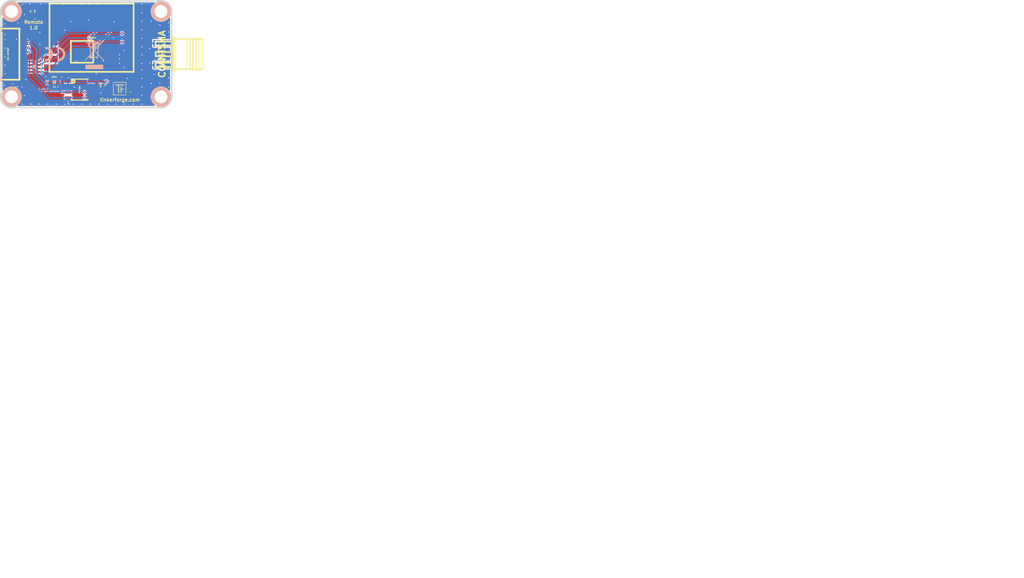
<source format=kicad_pcb>
(kicad_pcb (version 3) (host pcbnew "(2013-05-18 BZR 4017)-stable")
  (title_block (title "Remote Bricklet") (rev 1.0) (company "Tinkerforge GmbH") (comment 1 "Licensed under CERN OHL v.1.1") (comment 2 "Copyright (©) 2013, B.Nordmeyer <bastian@tinkerforge.com>"))
  (layers (15 Vorderseite signal) (0 Rückseite signal hide) (18 B.Paste user) (19 F.Paste user) (20 B.SilkS user) (21 F.SilkS user) (22 B.Mask user) (23 F.Mask user) (28 Edge.Cuts user))
  (net 0 "")
  (net 1 GND)
  (net 2 N-0000010)
  (net 3 N-0000011)
  (net 4 N-0000012)
  (net 5 N-0000013)
  (net 6 N-0000014)
  (net 7 N-0000015)
  (net 8 N-0000016)
  (net 9 N-0000018)
  (net 10 N-0000019)
  (net 11 N-0000021)
  (net 12 N-0000022)
  (net 13 N-0000023)
  (net 14 N-000007)
  (net 15 VCC)
  (module SOIC8 (layer Vorderseite) (at 61.35 50.6 270)
    (fp_text reference U1 (at 3.29946 2.60096 270) (layer F.SilkS) (effects (font (size 0.29972 0.29972) (thickness 0.0762))))
    (fp_text value M24C64 (at 0 0 270) (layer F.SilkS) (effects (font (size 0.29972 0.29972) (thickness 0.0762))))
    (pad 1 smd rect (at -1.90246 2.69748 90) (size 0.59944 1.5494) (layers Vorderseite F.Paste F.Mask) (net 1 GND))
    (pad 2 smd rect (at -0.63246 2.69748 90) (size 0.59944 1.5494) (layers Vorderseite F.Paste F.Mask) (net 1 GND))
    (pad 3 smd rect (at 0.63246 2.69748 90) (size 0.59944 1.5494) (layers Vorderseite F.Paste F.Mask) (net 11 N-0000021))
    (pad 4 smd rect (at 1.90246 2.69748 90) (size 0.59944 1.5494) (layers Vorderseite F.Paste F.Mask) (net 1 GND))
    (pad 5 smd rect (at 1.90246 -2.69748 270) (size 0.59944 1.5494) (layers Vorderseite F.Paste F.Mask) (net 12 N-0000022))
    (pad 6 smd rect (at 0.63246 -2.69748 270) (size 0.59944 1.5494) (layers Vorderseite F.Paste F.Mask) (net 13 N-0000023))
    (pad 7 smd rect (at -0.63246 -2.69748 270) (size 0.59944 1.5494) (layers Vorderseite F.Paste F.Mask))
    (pad 8 smd rect (at -1.90246 -2.69748 270) (size 0.59944 1.5494) (layers Vorderseite F.Paste F.Mask) (net 15 VCC))
  )
  (module DRILL_NP (layer Vorderseite) (at 80.4 32.3)
    (fp_text reference U3 hide)
    (fp_text value DRILL hide)
    (pad "" thru_hole circle (at 0 0) (size 2.99974 2.99974) (drill 2.99974) (layers *.Cu *.SilkS *.Mask) (clearance 0.89916))
  )
  (module DRILL_NP (layer Vorderseite) (at 45.4 52.3)
    (fp_text reference U4 hide)
    (fp_text value DRILL hide)
    (pad "" thru_hole circle (at 0 0) (size 2.99974 2.99974) (drill 2.99974) (layers *.Cu *.SilkS *.Mask) (clearance 0.89916))
  )
  (module DRILL_NP (layer Vorderseite) (at 45.4 32.3)
    (fp_text reference U6 hide)
    (fp_text value DRILL hide)
    (pad "" thru_hole circle (at 0 0) (size 2.99974 2.99974) (drill 2.99974) (layers *.Cu *.SilkS *.Mask) (clearance 0.89916))
  )
  (module DRILL_NP (layer Vorderseite) (at 80.4 52.3)
    (fp_text reference U5 hide)
    (fp_text value DRILL hide)
    (pad "" thru_hole circle (at 0 0) (size 2.99974 2.99974) (drill 2.99974) (layers *.Cu *.SilkS *.Mask) (clearance 0.89916))
  )
  (module CON-SENSOR (layer Vorderseite) (at 43 42.3 270)
    (fp_text reference P1 (at 7.9502 -3.50012 270) (layer F.SilkS) (effects (font (size 0.59944 0.59944) (thickness 0.12446))))
    (fp_text value CON-SENSOR (at 0 -1.6002 270) (layer F.SilkS) (effects (font (size 0.29972 0.29972) (thickness 0.07112))))
    (pad 1 smd rect (at -4.50088 -4.7752 270) (size 0.59944 1.5494) (layers Vorderseite F.Paste F.Mask))
    (pad 2 smd rect (at -3.50012 -4.7752 270) (size 0.59944 1.5494) (layers Vorderseite F.Paste F.Mask) (net 1 GND))
    (pad 3 smd rect (at -2.49936 -4.7752 270) (size 0.59944 1.5494) (layers Vorderseite F.Paste F.Mask) (net 15 VCC))
    (pad 4 smd rect (at -1.50114 -4.7752 270) (size 0.59944 1.5494) (layers Vorderseite F.Paste F.Mask) (net 13 N-0000023))
    (pad 5 smd rect (at -0.50038 -4.7752 270) (size 0.59944 1.5494) (layers Vorderseite F.Paste F.Mask) (net 12 N-0000022))
    (pad 6 smd rect (at 0.50038 -4.7752 270) (size 0.59944 1.5494) (layers Vorderseite F.Paste F.Mask) (net 11 N-0000021))
    (pad 7 smd rect (at 1.50114 -4.7752 270) (size 0.59944 1.5494) (layers Vorderseite F.Paste F.Mask) (net 10 N-0000019))
    (pad 8 smd rect (at 2.49936 -4.7752 270) (size 0.59944 1.5494) (layers Vorderseite F.Paste F.Mask) (net 3 N-0000011))
    (pad 9 smd rect (at 3.50012 -4.7752 270) (size 0.59944 1.5494) (layers Vorderseite F.Paste F.Mask) (net 4 N-0000012))
    (pad 10 smd rect (at 4.50088 -4.7752 270) (size 0.59944 1.5494) (layers Vorderseite F.Paste F.Mask) (net 5 N-0000013))
    (pad EP smd rect (at -5.79882 -0.89916 270) (size 1.19888 1.80086) (layers Vorderseite F.Paste F.Mask) (net 1 GND))
    (pad EP smd rect (at 5.79882 -0.89916 270) (size 1.19888 1.80086) (layers Vorderseite F.Paste F.Mask) (net 1 GND))
  )
  (module 4X0603 (layer Vorderseite) (at 50.7 45.25 270)
    (fp_text reference RP1 (at 0 -1.6002 270) (layer F.SilkS) (effects (font (size 0.29972 0.29972) (thickness 0.0762))))
    (fp_text value 100 (at 0 0 270) (layer F.SilkS) (effects (font (size 0.29972 0.29972) (thickness 0.0762))))
    (pad 1 smd rect (at -1.19888 -0.8509 270) (size 0.44958 0.89916) (layers Vorderseite F.Paste F.Mask) (net 6 N-0000014))
    (pad 2 smd rect (at -0.39878 -0.8509 270) (size 0.44958 0.89916) (layers Vorderseite F.Paste F.Mask) (net 2 N-0000010))
    (pad 3 smd rect (at 0.39878 -0.8509 270) (size 0.44958 0.89916) (layers Vorderseite F.Paste F.Mask) (net 8 N-0000016))
    (pad 4 smd rect (at 1.19888 -0.8509 270) (size 0.44958 0.89916) (layers Vorderseite F.Paste F.Mask) (net 7 N-0000015))
    (pad 5 smd rect (at 1.19888 0.8509 270) (size 0.44958 0.89916) (layers Vorderseite F.Paste F.Mask) (net 5 N-0000013))
    (pad 6 smd rect (at 0.39878 0.8509 270) (size 0.44958 0.89916) (layers Vorderseite F.Paste F.Mask) (net 4 N-0000012))
    (pad 7 smd rect (at -0.39878 0.8509 270) (size 0.44958 0.89916) (layers Vorderseite F.Paste F.Mask) (net 3 N-0000011))
    (pad 8 smd rect (at -1.19888 0.8509 270) (size 0.44958 0.89916) (layers Vorderseite F.Paste F.Mask) (net 10 N-0000019))
  )
  (module 0603 (layer Vorderseite) (at 55.45 47.65 180)
    (fp_text reference C3 (at 0 -1.00076 180) (layer F.SilkS) (effects (font (size 0.29972 0.29972) (thickness 0.0762))))
    (fp_text value 100nF (at 0 0 180) (layer F.SilkS) (effects (font (size 0.29972 0.29972) (thickness 0.0762))))
    (pad 1 smd rect (at -0.8001 0 180) (size 0.8001 0.8001) (layers Vorderseite F.Paste F.Mask) (net 1 GND))
    (pad 2 smd rect (at 0.8001 0 180) (size 0.8001 0.8001) (layers Vorderseite F.Paste F.Mask) (net 15 VCC))
  )
  (module 0603 (layer Vorderseite) (at 55.45 49 180)
    (fp_text reference C2 (at 0 -1.00076 180) (layer F.SilkS) (effects (font (size 0.29972 0.29972) (thickness 0.0762))))
    (fp_text value 1µF (at 0 0 180) (layer F.SilkS) (effects (font (size 0.29972 0.29972) (thickness 0.07493))))
    (pad 1 smd rect (at -0.8001 0 180) (size 0.8001 0.8001) (layers Vorderseite F.Paste F.Mask) (net 1 GND))
    (pad 2 smd rect (at 0.8001 0 180) (size 0.8001 0.8001) (layers Vorderseite F.Paste F.Mask) (net 15 VCC))
  )
  (module 0603 (layer Vorderseite) (at 50.85 32.25 90)
    (fp_text reference R1 (at 0 -1.00076 90) (layer F.SilkS) (effects (font (size 0.29972 0.29972) (thickness 0.0762))))
    (fp_text value 10k (at 0 0 90) (layer F.SilkS) (effects (font (size 0.29972 0.29972) (thickness 0.0762))))
    (pad 1 smd rect (at -0.8001 0 90) (size 0.8001 0.8001) (layers Vorderseite F.Paste F.Mask) (net 1 GND))
    (pad 2 smd rect (at 0.8001 0 90) (size 0.8001 0.8001) (layers Vorderseite F.Paste F.Mask) (net 14 N-000007))
  )
  (module 0603 (layer Vorderseite) (at 66.3 49.5 270)
    (fp_text reference C1 (at 0 -1.00076 270) (layer F.SilkS) (effects (font (size 0.29972 0.29972) (thickness 0.0762))))
    (fp_text value 100nF (at 0 0 270) (layer F.SilkS) (effects (font (size 0.29972 0.29972) (thickness 0.0762))))
    (pad 1 smd rect (at -0.8001 0 270) (size 0.8001 0.8001) (layers Vorderseite F.Paste F.Mask) (net 15 VCC))
    (pad 2 smd rect (at 0.8001 0 270) (size 0.8001 0.8001) (layers Vorderseite F.Paste F.Mask) (net 1 GND))
  )
  (module Fiducial_Mark (layer Vorderseite) (at 49.9 52.3)
    (fp_text reference Fiducial_Mark hide)
    (fp_text value VAL** hide)
    (pad 1 smd circle (at 0 0) (size 1.00076 1.00076) (layers Vorderseite F.Mask) (clearance 0.65024))
  )
  (module Fiducial_Mark (layer Vorderseite) (at 78.25 36.6)
    (fp_text reference Fiducial_Mark hide)
    (fp_text value VAL** hide)
    (pad 1 smd circle (at 0 0) (size 1.00076 1.00076) (layers Vorderseite F.Mask) (clearance 0.65024))
  )
  (module CE_5mm (layer Rückseite) (at 55.6 42.3 180)
    (fp_text reference VAL hide)
    (fp_text value CE_5mm hide)
  )
  (module WEEE_7mm (layer Rückseite) (at 64.75 42.3)
    (fp_text reference VAL hide)
    (fp_text value WEEE_7mm hide)
  )
  (module Logo_31x31 (layer Vorderseite) (at 69.15 48.8)
    (fp_text reference G*** hide)
    (fp_text value Logo_31x31 hide)
  )
  (module CON-SMA (layer Vorderseite) (at 80.65 42.3 90)
    (fp_text reference ANT1 (at 0 0 90) (layer F.SilkS) (effects (font (size 1.524 1.524) (thickness 0.3048))))
    (fp_text value CON-SMA (at 0 0 90) (layer F.SilkS) (effects (font (size 1.524 1.524) (thickness 0.3048))))
    (pad 1 smd rect (at 0 0 90) (size 1.524 4.064) (layers Vorderseite F.Paste F.Mask) (net 9 N-0000018))
    (pad 2 smd rect (at -2.54 0 90) (size 1.524 4.064) (layers Vorderseite F.Paste F.Mask) (net 1 GND))
    (pad 4 smd rect (at 2.54 0 90) (size 1.524 4.064) (layers Vorderseite F.Paste F.Mask) (net 1 GND))
    (pad 3 smd rect (at -2.54 0 90) (size 1.524 4.064) (layers Rückseite B.Paste B.Mask) (net 1 GND))
    (pad 5 smd rect (at 2.54 0 90) (size 1.524 4.064) (layers Rückseite B.Paste B.Mask) (net 1 GND))
  )
  (module RFM69HW (layer Vorderseite) (at 64.15 38.45)
    (fp_text reference U2 (at 0 0.5) (layer F.SilkS) (effects (font (size 0.3 0.3) (thickness 0.075))))
    (fp_text value RFM69HW (at 0 0) (layer F.SilkS) (effects (font (size 0.3 0.3) (thickness 0.075))))
    (pad 9 smd rect (at -9.5 -7) (size 3.2 1.5) (layers Vorderseite F.Paste F.Mask) (net 14 N-000007))
    (pad 10 smd rect (at -9.5 -5) (size 3.2 1.5) (layers Vorderseite F.Paste F.Mask))
    (pad 11 smd rect (at -9.5 -3) (size 3.2 1.5) (layers Vorderseite F.Paste F.Mask))
    (pad 12 smd rect (at -9.5 -1) (size 3.2 1.5) (layers Vorderseite F.Paste F.Mask))
    (pad 13 smd rect (at -9.5 1) (size 3.2 1.5) (layers Vorderseite F.Paste F.Mask))
    (pad 14 smd rect (at -9.5 3) (size 3.2 1.5) (layers Vorderseite F.Paste F.Mask))
    (pad 15 smd rect (at -9.5 5) (size 3.2 1.5) (layers Vorderseite F.Paste F.Mask))
    (pad 16 smd rect (at -9.5 7) (size 3.2 1.5) (layers Vorderseite F.Paste F.Mask) (net 15 VCC))
    (pad 8 smd rect (at 9.5 7 180) (size 3.2 1.5) (layers Vorderseite F.Paste F.Mask) (net 1 GND))
    (pad 7 smd rect (at 9.5 5 180) (size 3.2 1.5) (layers Vorderseite F.Paste F.Mask) (net 9 N-0000018))
    (pad 6 smd rect (at 9.5 3 180) (size 3.2 1.5) (layers Vorderseite F.Paste F.Mask) (net 1 GND))
    (pad 5 smd rect (at 9.5 1 180) (size 3.2 1.5) (layers Vorderseite F.Paste F.Mask) (net 8 N-0000016))
    (pad 4 smd rect (at 9.5 -1 180) (size 3.2 1.5) (layers Vorderseite F.Paste F.Mask) (net 6 N-0000014))
    (pad 3 smd rect (at 9.5 -3 180) (size 3.2 1.5) (layers Vorderseite F.Paste F.Mask) (net 7 N-0000015))
    (pad 2 smd rect (at 9.5 -5 180) (size 3.2 1.5) (layers Vorderseite F.Paste F.Mask) (net 2 N-0000010))
    (pad 1 smd rect (at 9.5 -7 180) (size 3.2 1.5) (layers Vorderseite F.Paste F.Mask))
  )
  (gr_line (start 45.35 54.8) (end 80.4 54.8) (angle 90) (layer Edge.Cuts) (width 0.381))
  (gr_line (start 80.4 29.8) (end 45.45 29.8) (angle 90) (layer Edge.Cuts) (width 0.381))
  (gr_text "Remote\n1.0" (at 50.6 35.45) (layer F.SilkS) (effects (font (size 0.8 0.8))))
  (gr_text tinkerforge.com (at 70.8 53) (layer F.SilkS) (effects (font (size 0.8 0.8))))
  (gr_line (start 82.9 52.3) (end 82.9 32.3) (angle 90) (layer Edge.Cuts) (width 0.381))
  (gr_arc (start 80.4 52.3) (end 82.9 52.3) (angle 90) (layer Edge.Cuts) (width 0.381))
  (gr_arc (start 80.4 32.3) (end 80.4 29.8) (angle 90) (layer Edge.Cuts) (width 0.381))
  (gr_line (start 42.9 32.3) (end 42.9 52.3) (angle 90) (layer Edge.Cuts) (width 0.381))
  (gr_arc (start 45.4 32.3) (end 42.9 32.3) (angle 90) (layer Edge.Cuts) (width 0.381))
  (gr_arc (start 45.4 52.3) (end 45.4 54.8) (angle 90) (layer Edge.Cuts) (width 0.381))
  (segment (start 75.9 45.6) (end 76.45 45.6) (width 0.29972) (layer Rückseite) (net 1))
  (via (at 77.75 44.3) (size 0.70104) (layers Vorderseite Rückseite) (net 1))
  (segment (start 76.45 45.6) (end 77.75 44.3) (width 0.29972) (layer Rückseite) (net 1))
  (segment (start 75.9 42.45) (end 76.3 42.45) (width 0.29972) (layer Vorderseite) (net 1))
  (via (at 75.9 42.45) (size 0.70104) (layers Vorderseite Rückseite) (net 1))
  (segment (start 75.9 40.6) (end 75.9 42.45) (width 0.59944) (layer Vorderseite) (net 1))
  (via (at 77.75 41) (size 0.70104) (layers Vorderseite Rückseite) (net 1))
  (segment (start 76.3 42.45) (end 77.75 41) (width 0.29972) (layer Vorderseite) (net 1))
  (segment (start 78.15 49.15) (end 78.15 47.7) (width 0.29972) (layer Rückseite) (net 1))
  (via (at 78.75 47.1) (size 0.70104) (layers Vorderseite Rückseite) (net 1))
  (segment (start 78.15 47.7) (end 78.75 47.1) (width 0.29972) (layer Rückseite) (net 1))
  (via (at 69.55 30.6) (size 0.70104) (layers Vorderseite Rückseite) (net 1))
  (segment (start 67.55 30.6) (end 69.55 30.6) (width 0.29972) (layer Rückseite) (net 1))
  (segment (start 69.55 34.5) (end 69.4 34.65) (width 0.59944) (layer Rückseite) (net 1))
  (via (at 69.4 34.65) (size 0.70104) (layers Vorderseite Rückseite) (net 1))
  (segment (start 69.55 30.6) (end 69.55 34.5) (width 0.59944) (layer Rückseite) (net 1))
  (segment (start 74.5 30.6) (end 73.5 31.6) (width 0.29972) (layer Rückseite) (net 1))
  (segment (start 73.5 31.6) (end 70.55 31.6) (width 0.29972) (layer Rückseite) (net 1))
  (segment (start 70.55 31.6) (end 69.55 30.6) (width 0.29972) (layer Rückseite) (net 1))
  (segment (start 75.9 30.6) (end 74.5 30.6) (width 0.29972) (layer Rückseite) (net 1))
  (segment (start 52.05 39.95) (end 52.05 37.75) (width 0.29972) (layer Vorderseite) (net 1))
  (segment (start 50.9 38.8) (end 52.05 39.95) (width 0.59944) (layer Vorderseite) (net 1))
  (via (at 52.05 39.95) (size 0.70104) (layers Vorderseite Rückseite) (net 1))
  (segment (start 49.15 38.8) (end 50.9 38.8) (width 0.59944) (layer Vorderseite) (net 1))
  (via (at 52.05 37.2) (size 0.70104) (layers Vorderseite Rückseite) (net 1))
  (segment (start 52.05 37.75) (end 52.05 37.2) (width 0.29972) (layer Vorderseite) (net 1))
  (segment (start 60.6 43.95) (end 62.35 43.95) (width 0.29972) (layer Rückseite) (net 1))
  (via (at 65.25 46.85) (size 0.70104) (layers Vorderseite Rückseite) (net 1))
  (segment (start 62.35 43.95) (end 65.25 46.85) (width 0.29972) (layer Rückseite) (net 1))
  (segment (start 59.3 34.65) (end 59.3 35.25) (width 0.59944) (layer Vorderseite) (net 1))
  (segment (start 57.55 32.9) (end 59.3 34.65) (width 0.59944) (layer Vorderseite) (net 1))
  (via (at 59.3 34.65) (size 0.70104) (layers Vorderseite Rückseite) (net 1))
  (segment (start 57.55 30.6) (end 57.55 32.9) (width 0.59944) (layer Vorderseite) (net 1))
  (via (at 57.9 36.7) (size 0.70104) (layers Vorderseite Rückseite) (net 1))
  (segment (start 59.3 35.25) (end 57.9 36.7) (width 0.59944) (layer Vorderseite) (net 1))
  (segment (start 65.55 30.6) (end 65.55 32.2) (width 0.59944) (layer Rückseite) (net 1))
  (via (at 63.45 34.3) (size 0.70104) (layers Vorderseite Rückseite) (net 1))
  (segment (start 65.55 32.2) (end 63.45 34.3) (width 0.59944) (layer Rückseite) (net 1))
  (segment (start 52.15 30.6) (end 49.75 30.6) (width 0.59944) (layer Rückseite) (net 1))
  (via (at 52.15 30.6) (size 0.70104) (layers Vorderseite Rückseite) (net 1))
  (via (at 57.55 30.6) (size 0.70104) (layers Vorderseite Rückseite) (net 1))
  (segment (start 59.55 30.6) (end 57.55 30.6) (width 0.59944) (layer Vorderseite) (net 1))
  (via (at 59.55 30.6) (size 0.70104) (layers Vorderseite Rückseite) (net 1))
  (segment (start 61.55 30.6) (end 59.55 30.6) (width 0.59944) (layer Rückseite) (net 1))
  (via (at 61.55 30.6) (size 0.70104) (layers Vorderseite Rückseite) (net 1))
  (segment (start 63.55 30.6) (end 61.55 30.6) (width 0.59944) (layer Vorderseite) (net 1))
  (via (at 63.55 30.6) (size 0.70104) (layers Vorderseite Rückseite) (net 1))
  (segment (start 65.55 30.6) (end 63.55 30.6) (width 0.59944) (layer Rückseite) (net 1))
  (via (at 65.55 30.6) (size 0.70104) (layers Vorderseite Rückseite) (net 1))
  (segment (start 67.55 30.6) (end 65.55 30.6) (width 0.59944) (layer Vorderseite) (net 1))
  (via (at 67.55 30.6) (size 0.70104) (layers Vorderseite Rückseite) (net 1))
  (segment (start 52.15 30.6) (end 57.55 30.6) (width 0.59944) (layer Rückseite) (net 1))
  (via (at 43.9 35.2) (size 0.70104) (layers Vorderseite Rückseite) (net 1))
  (segment (start 46.7 35.2) (end 43.9 35.2) (width 0.59944) (layer Rückseite) (net 1))
  (segment (start 46.95 34.95) (end 46.7 35.2) (width 0.59944) (layer Rückseite) (net 1))
  (via (at 46.95 34.95) (size 0.70104) (layers Vorderseite Rückseite) (net 1))
  (segment (start 48.2 33.7) (end 46.95 34.95) (width 0.59944) (layer Vorderseite) (net 1))
  (segment (start 48.2 33.25) (end 48.2 33.7) (width 0.59944) (layer Vorderseite) (net 1))
  (segment (start 48.45 33) (end 48.2 33.25) (width 0.59944) (layer Vorderseite) (net 1))
  (via (at 48.45 33) (size 0.70104) (layers Vorderseite Rückseite) (net 1))
  (segment (start 48.45 31.15) (end 48.45 33) (width 0.59944) (layer Rückseite) (net 1))
  (segment (start 47.95 30.65) (end 48.45 31.15) (width 0.59944) (layer Rückseite) (net 1))
  (via (at 47.95 30.65) (size 0.70104) (layers Vorderseite Rückseite) (net 1))
  (segment (start 49.7 30.65) (end 47.95 30.65) (width 0.59944) (layer Vorderseite) (net 1))
  (segment (start 49.75 30.6) (end 49.7 30.65) (width 0.59944) (layer Vorderseite) (net 1))
  (via (at 49.75 30.6) (size 0.70104) (layers Vorderseite Rückseite) (net 1))
  (segment (start 78.15 34.6) (end 78.25 34.6) (width 0.29972) (layer Rückseite) (net 1))
  (via (at 78.15 34.6) (size 0.70104) (layers Vorderseite Rückseite) (net 1))
  (segment (start 75.9 34.6) (end 78.15 34.6) (width 0.29972) (layer Vorderseite) (net 1))
  (via (at 82.2 37.1) (size 0.70104) (layers Vorderseite Rückseite) (net 1))
  (segment (start 82.2 34.9) (end 82.2 37.1) (width 0.29972) (layer Rückseite) (net 1))
  (via (at 82.2 34.9) (size 0.70104) (layers Vorderseite Rückseite) (net 1))
  (segment (start 81.75 35.35) (end 82.2 34.9) (width 0.29972) (layer Vorderseite) (net 1))
  (segment (start 80.25 35.35) (end 81.75 35.35) (width 0.29972) (layer Vorderseite) (net 1))
  (segment (start 80.15 35.45) (end 80.25 35.35) (width 0.29972) (layer Vorderseite) (net 1))
  (via (at 80.15 35.45) (size 0.70104) (layers Vorderseite Rückseite) (net 1))
  (segment (start 79.1 35.45) (end 80.15 35.45) (width 0.29972) (layer Rückseite) (net 1))
  (segment (start 78.25 34.6) (end 79.1 35.45) (width 0.29972) (layer Rückseite) (net 1))
  (segment (start 75.9 50) (end 77.3 50) (width 0.29972) (layer Vorderseite) (net 1))
  (segment (start 75.9 54) (end 75.9 52) (width 0.59944) (layer Rückseite) (net 1))
  (via (at 75.9 52) (size 0.70104) (layers Vorderseite Rückseite) (net 1))
  (segment (start 75.9 52) (end 75.9 50) (width 0.59944) (layer Vorderseite) (net 1))
  (via (at 75.9 50) (size 0.70104) (layers Vorderseite Rückseite) (net 1))
  (via (at 82.2 47.9) (size 0.70104) (layers Vorderseite Rückseite) (net 1))
  (segment (start 82.2 50.05) (end 82.2 47.9) (width 0.29972) (layer Rückseite) (net 1))
  (via (at 82.2 50.05) (size 0.70104) (layers Vorderseite Rückseite) (net 1))
  (segment (start 81.05 49.25) (end 82.2 50.05) (width 0.29972) (layer Vorderseite) (net 1))
  (segment (start 80.3 49.25) (end 81.05 49.25) (width 0.29972) (layer Vorderseite) (net 1))
  (segment (start 80.15 49.1) (end 80.3 49.25) (width 0.29972) (layer Vorderseite) (net 1))
  (via (at 80.15 49.1) (size 0.70104) (layers Vorderseite Rückseite) (net 1))
  (segment (start 78.2 49.1) (end 80.15 49.1) (width 0.29972) (layer Rückseite) (net 1))
  (segment (start 78.15 49.15) (end 78.2 49.1) (width 0.29972) (layer Rückseite) (net 1))
  (via (at 78.15 49.15) (size 0.70104) (layers Vorderseite Rückseite) (net 1))
  (segment (start 77.3 50) (end 78.15 49.15) (width 0.29972) (layer Vorderseite) (net 1))
  (segment (start 57.25 47.65) (end 53.5 47.65) (width 0.59944) (layer Rückseite) (net 1))
  (via (at 53.4 47.55) (size 0.70104) (layers Vorderseite Rückseite) (net 1))
  (segment (start 53.5 47.65) (end 53.4 47.55) (width 0.59944) (layer Rückseite) (net 1))
  (segment (start 47.9 50) (end 47.9 49.05) (width 0.59944) (layer Rückseite) (net 1))
  (via (at 48.75 48.2) (size 0.70104) (layers Vorderseite Rückseite) (net 1))
  (segment (start 47.9 49.05) (end 48.75 48.2) (width 0.59944) (layer Rückseite) (net 1))
  (segment (start 58.65 47.8) (end 58.65 45.9) (width 0.59944) (layer Vorderseite) (net 1))
  (via (at 66.9 43.9) (size 0.70104) (layers Vorderseite Rückseite) (net 1))
  (segment (start 60.65 43.9) (end 66.9 43.9) (width 0.59944) (layer Rückseite) (net 1))
  (segment (start 60.6 43.95) (end 60.65 43.9) (width 0.59944) (layer Rückseite) (net 1))
  (via (at 60.6 43.95) (size 0.70104) (layers Vorderseite Rückseite) (net 1))
  (segment (start 58.65 45.9) (end 60.6 43.95) (width 0.59944) (layer Vorderseite) (net 1))
  (segment (start 66.3 51.35) (end 73 51.35) (width 0.59944) (layer Rückseite) (net 1))
  (via (at 73.25 51.1) (size 0.70104) (layers Vorderseite Rückseite) (net 1))
  (segment (start 73 51.35) (end 73.25 51.1) (width 0.59944) (layer Rückseite) (net 1))
  (segment (start 70.7 42.45) (end 70.7 42.35) (width 0.59944) (layer Vorderseite) (net 1))
  (via (at 69.3 38.45) (size 0.70104) (layers Vorderseite Rückseite) (net 1))
  (segment (start 69.3 40.95) (end 69.3 38.45) (width 0.59944) (layer Vorderseite) (net 1))
  (segment (start 70.7 42.35) (end 69.3 40.95) (width 0.59944) (layer Vorderseite) (net 1))
  (segment (start 75.9 48) (end 72.55 48) (width 0.59944) (layer Vorderseite) (net 1))
  (via (at 72.55 48) (size 0.70104) (layers Vorderseite Rückseite) (net 1))
  (segment (start 43.9 46.9) (end 43.9 44.9) (width 0.59944) (layer Vorderseite) (net 1))
  (via (at 43.9 38.9) (size 0.70104) (layers Vorderseite Rückseite) (net 1))
  (segment (start 43.9 40.9) (end 43.9 38.9) (width 0.59944) (layer Rückseite) (net 1))
  (via (at 43.9 40.9) (size 0.70104) (layers Vorderseite Rückseite) (net 1))
  (segment (start 43.9 42.9) (end 43.9 40.9) (width 0.59944) (layer Vorderseite) (net 1))
  (via (at 43.9 42.9) (size 0.70104) (layers Vorderseite Rückseite) (net 1))
  (segment (start 43.9 44.9) (end 43.9 42.9) (width 0.59944) (layer Rückseite) (net 1))
  (via (at 43.9 44.9) (size 0.70104) (layers Vorderseite Rückseite) (net 1))
  (segment (start 51.9 54) (end 49.9 54) (width 0.59944) (layer Vorderseite) (net 1))
  (via (at 59.9 54) (size 0.70104) (layers Vorderseite Rückseite) (net 1))
  (segment (start 59.9 54) (end 57.9 54) (width 0.59944) (layer Rückseite) (net 1))
  (via (at 57.9 54) (size 0.70104) (layers Vorderseite Rückseite) (net 1))
  (segment (start 57.9 54) (end 55.9 54) (width 0.59944) (layer Vorderseite) (net 1))
  (via (at 55.9 54) (size 0.70104) (layers Vorderseite Rückseite) (net 1))
  (segment (start 55.9 54) (end 53.9 54) (width 0.59944) (layer Rückseite) (net 1))
  (via (at 53.9 54) (size 0.70104) (layers Vorderseite Rückseite) (net 1))
  (segment (start 53.9 54) (end 51.9 54) (width 0.59944) (layer Vorderseite) (net 1))
  (via (at 51.9 54) (size 0.70104) (layers Vorderseite Rückseite) (net 1))
  (segment (start 75.9 54) (end 73.9 54) (width 0.59944) (layer Rückseite) (net 1))
  (via (at 61.9 54) (size 0.70104) (layers Vorderseite Rückseite) (net 1))
  (segment (start 63.9 54) (end 61.9 54) (width 0.59944) (layer Rückseite) (net 1))
  (via (at 63.9 54) (size 0.70104) (layers Vorderseite Rückseite) (net 1))
  (segment (start 65.9 54) (end 63.9 54) (width 0.59944) (layer Vorderseite) (net 1))
  (via (at 65.9 54) (size 0.70104) (layers Vorderseite Rückseite) (net 1))
  (segment (start 67.9 54) (end 65.9 54) (width 0.59944) (layer Rückseite) (net 1))
  (via (at 67.9 54) (size 0.70104) (layers Vorderseite Rückseite) (net 1))
  (segment (start 69.9 54) (end 67.9 54) (width 0.59944) (layer Vorderseite) (net 1))
  (via (at 69.9 54) (size 0.70104) (layers Vorderseite Rückseite) (net 1))
  (segment (start 71.9 54) (end 69.9 54) (width 0.59944) (layer Rückseite) (net 1))
  (via (at 71.9 54) (size 0.70104) (layers Vorderseite Rückseite) (net 1))
  (segment (start 73.9 54) (end 71.9 54) (width 0.59944) (layer Vorderseite) (net 1))
  (via (at 73.9 54) (size 0.70104) (layers Vorderseite Rückseite) (net 1))
  (segment (start 61.9 54) (end 59.9 54) (width 0.59944) (layer Vorderseite) (net 1))
  (via (at 43.8 49.6) (size 0.70104) (layers Vorderseite Rückseite) (net 1))
  (segment (start 44 49.4) (end 43.8 49.6) (width 0.59944) (layer Rückseite) (net 1))
  (segment (start 45.55 49.4) (end 44 49.4) (width 0.59944) (layer Rückseite) (net 1))
  (segment (start 45.7 49.25) (end 45.55 49.4) (width 0.59944) (layer Rückseite) (net 1))
  (via (at 45.7 49.25) (size 0.70104) (layers Vorderseite Rückseite) (net 1))
  (segment (start 47.15 49.25) (end 45.7 49.25) (width 0.59944) (layer Vorderseite) (net 1))
  (segment (start 47.9 50) (end 47.15 49.25) (width 0.59944) (layer Vorderseite) (net 1))
  (via (at 47.9 50) (size 0.70104) (layers Vorderseite Rückseite) (net 1))
  (segment (start 47.9 50.75) (end 47.9 50) (width 0.59944) (layer Rückseite) (net 1))
  (segment (start 48.4 51.25) (end 47.9 50.75) (width 0.59944) (layer Rückseite) (net 1))
  (segment (start 48.4 51.95) (end 48.4 51.25) (width 0.59944) (layer Rückseite) (net 1))
  (segment (start 48.4 52) (end 48.4 51.95) (width 0.59944) (layer Rückseite) (net 1))
  (via (at 48.4 52) (size 0.70104) (layers Vorderseite Rückseite) (net 1))
  (segment (start 48.4 53.5) (end 48.4 52) (width 0.59944) (layer Vorderseite) (net 1))
  (segment (start 47.9 54) (end 48.4 53.5) (width 0.59944) (layer Vorderseite) (net 1))
  (via (at 47.9 54) (size 0.70104) (layers Vorderseite Rückseite) (net 1))
  (segment (start 49.9 54) (end 47.9 54) (width 0.59944) (layer Rückseite) (net 1))
  (via (at 49.9 54) (size 0.70104) (layers Vorderseite Rückseite) (net 1))
  (segment (start 58.65 47.8) (end 57.4 47.8) (width 0.29972) (layer Rückseite) (net 1))
  (via (at 57.25 47.65) (size 0.70104) (layers Vorderseite Rückseite) (net 1))
  (segment (start 56.2501 47.65) (end 57.25 47.65) (width 0.29972) (layer Vorderseite) (net 1))
  (segment (start 58.65252 47.80252) (end 58.65 47.8) (width 0.29972) (layer Vorderseite) (net 1))
  (via (at 58.65 47.8) (size 0.70104) (layers Vorderseite Rückseite) (net 1))
  (segment (start 58.65252 47.80252) (end 58.65252 48.69754) (width 0.29972) (layer Vorderseite) (net 1))
  (segment (start 57.4 47.8) (end 57.25 47.65) (width 0.29972) (layer Rückseite) (net 1))
  (segment (start 60.1 50) (end 56.25 50) (width 0.29972) (layer Rückseite) (net 1))
  (segment (start 56.2501 49.9999) (end 56.25 50) (width 0.29972) (layer Vorderseite) (net 1))
  (via (at 56.25 50) (size 0.70104) (layers Vorderseite Rückseite) (net 1))
  (segment (start 56.2501 49.9999) (end 56.2501 49) (width 0.29972) (layer Vorderseite) (net 1))
  (segment (start 66.3 51.35) (end 65 51.35) (width 0.29972) (layer Rückseite) (net 1))
  (segment (start 60.06754 49.96754) (end 60.1 50) (width 0.29972) (layer Vorderseite) (net 1))
  (via (at 60.1 50) (size 0.70104) (layers Vorderseite Rückseite) (net 1))
  (segment (start 58.65252 49.96754) (end 60.06754 49.96754) (width 0.29972) (layer Vorderseite) (net 1))
  (via (at 66.3 51.35) (size 0.70104) (layers Vorderseite Rückseite) (net 1))
  (segment (start 66.3 51.35) (end 66.3 50.3001) (width 0.29972) (layer Vorderseite) (net 1))
  (segment (start 63.65 50) (end 60.1 50) (width 0.29972) (layer Rückseite) (net 1))
  (segment (start 65 51.35) (end 63.65 50) (width 0.29972) (layer Rückseite) (net 1))
  (segment (start 71.7 41.45) (end 71.95 41.45) (width 0.29972) (layer Rückseite) (net 1))
  (segment (start 52.55 35.8) (end 50.85 34.1) (width 0.29972) (layer Rückseite) (net 1))
  (segment (start 71.85 35.8) (end 52.55 35.8) (width 0.29972) (layer Rückseite) (net 1))
  (segment (start 72.95 36.9) (end 71.85 35.8) (width 0.29972) (layer Rückseite) (net 1))
  (segment (start 72.95 40.45) (end 72.95 36.9) (width 0.29972) (layer Rückseite) (net 1))
  (segment (start 71.95 41.45) (end 72.95 40.45) (width 0.29972) (layer Rückseite) (net 1))
  (segment (start 49.15 38.8) (end 49.65 38.8) (width 0.29972) (layer Rückseite) (net 1))
  (segment (start 49.65 38.8) (end 50.85 37.6) (width 0.29972) (layer Rückseite) (net 1))
  (segment (start 50.85 37.6) (end 50.85 34.1) (width 0.29972) (layer Rückseite) (net 1))
  (segment (start 49.14988 38.79988) (end 47.7752 38.79988) (width 0.59944) (layer Vorderseite) (net 1))
  (via (at 49.15 38.8) (size 0.70104) (layers Vorderseite Rückseite) (net 1))
  (segment (start 49.14988 38.79988) (end 49.15 38.8) (width 0.59944) (layer Vorderseite) (net 1))
  (via (at 50.85 34.1) (size 0.70104) (layers Vorderseite Rückseite) (net 1))
  (segment (start 50.85 33.0501) (end 50.85 34.1) (width 0.29972) (layer Vorderseite) (net 1))
  (segment (start 46.55 38.8) (end 45 38.8) (width 0.29972) (layer Rückseite) (net 1))
  (segment (start 46.55012 38.79988) (end 46.55 38.8) (width 0.59944) (layer Vorderseite) (net 1))
  (via (at 46.55 38.8) (size 0.70104) (layers Vorderseite Rückseite) (net 1))
  (segment (start 47.7752 38.79988) (end 46.55012 38.79988) (width 0.59944) (layer Vorderseite) (net 1))
  (segment (start 45 38.8) (end 43.9 37.7) (width 0.29972) (layer Rückseite) (net 1))
  (segment (start 43.9 46.9) (end 43.9 37.7) (width 0.29972) (layer Rückseite) (net 1))
  (segment (start 43.89916 46.90084) (end 43.89916 48.09882) (width 0.29972) (layer Vorderseite) (net 1))
  (via (at 43.9 46.9) (size 0.70104) (layers Vorderseite Rückseite) (net 1))
  (segment (start 43.89916 46.90084) (end 43.9 46.9) (width 0.29972) (layer Vorderseite) (net 1))
  (segment (start 43.89916 37.69916) (end 43.9 37.7) (width 0.29972) (layer Vorderseite) (net 1))
  (segment (start 43.89916 36.50118) (end 43.89916 37.69916) (width 0.29972) (layer Vorderseite) (net 1))
  (via (at 43.9 37.7) (size 0.70104) (layers Vorderseite Rückseite) (net 1))
  (segment (start 58.65252 52.50246) (end 58.65252 53.39748) (width 0.29972) (layer Vorderseite) (net 1))
  (via (at 58.65 53.4) (size 0.70104) (layers Vorderseite Rückseite) (net 1))
  (segment (start 58.65252 53.39748) (end 58.65 53.4) (width 0.29972) (layer Vorderseite) (net 1))
  (segment (start 72.9 45.45) (end 75.35 45.45) (width 0.59944) (layer Vorderseite) (net 1))
  (segment (start 75.35 45.45) (end 75.9 46) (width 0.59944) (layer Vorderseite) (net 1))
  (segment (start 72.9 41.45) (end 75.05 41.45) (width 0.59944) (layer Vorderseite) (net 1))
  (segment (start 75.05 41.45) (end 75.9 40.6) (width 0.59944) (layer Vorderseite) (net 1))
  (segment (start 75.9 46) (end 75.9 45.6) (width 0.59944) (layer Rückseite) (net 1))
  (segment (start 75.9 45.6) (end 75.9 44.5) (width 0.59944) (layer Rückseite) (net 1))
  (via (at 75.9 44.5) (size 0.70104) (layers Vorderseite Rückseite) (net 1))
  (segment (start 75.9 48) (end 75.9 54) (width 0.59944) (layer Vorderseite) (net 1))
  (via (at 75.9 54) (size 0.70104) (layers Vorderseite Rückseite) (net 1))
  (segment (start 75.9 48) (end 75.9 46) (width 0.59944) (layer Rückseite) (net 1))
  (via (at 75.9 48) (size 0.70104) (layers Vorderseite Rückseite) (net 1))
  (via (at 75.9 46) (size 0.70104) (layers Vorderseite Rückseite) (net 1))
  (segment (start 72.9 45.45) (end 71.7 45.45) (width 0.59944) (layer Vorderseite) (net 1))
  (via (at 71.7 41.45) (size 0.70104) (layers Vorderseite Rückseite) (net 1))
  (segment (start 71.7 41.45) (end 70.7 42.45) (width 0.59944) (layer Rückseite) (net 1))
  (via (at 70.7 42.45) (size 0.70104) (layers Vorderseite Rückseite) (net 1))
  (segment (start 70.7 42.45) (end 70.7 43.45) (width 0.59944) (layer Vorderseite) (net 1))
  (via (at 70.7 43.45) (size 0.70104) (layers Vorderseite Rückseite) (net 1))
  (segment (start 70.7 43.45) (end 70.7 44.45) (width 0.59944) (layer Rückseite) (net 1))
  (via (at 70.7 44.45) (size 0.70104) (layers Vorderseite Rückseite) (net 1))
  (segment (start 70.7 44.45) (end 71.7 45.45) (width 0.59944) (layer Vorderseite) (net 1))
  (via (at 71.7 45.45) (size 0.70104) (layers Vorderseite Rückseite) (net 1))
  (segment (start 71.7 41.45) (end 72.9 41.45) (width 0.59944) (layer Vorderseite) (net 1))
  (via (at 75.9 40.6) (size 0.70104) (layers Vorderseite Rückseite) (net 1))
  (segment (start 75.9 40.6) (end 75.9 30.6) (width 0.59944) (layer Rückseite) (net 1))
  (via (at 75.9 30.6) (size 0.70104) (layers Vorderseite Rückseite) (net 1))
  (segment (start 75.9 30.6) (end 75.9 32.6) (width 0.59944) (layer Vorderseite) (net 1))
  (via (at 75.9 32.6) (size 0.70104) (layers Vorderseite Rückseite) (net 1))
  (segment (start 75.9 32.6) (end 75.9 34.6) (width 0.59944) (layer Rückseite) (net 1))
  (via (at 75.9 34.6) (size 0.70104) (layers Vorderseite Rückseite) (net 1))
  (segment (start 75.9 34.6) (end 75.9 36.6) (width 0.59944) (layer Vorderseite) (net 1))
  (via (at 75.9 36.6) (size 0.70104) (layers Vorderseite Rückseite) (net 1))
  (segment (start 75.9 36.6) (end 75.9 38.6) (width 0.59944) (layer Rückseite) (net 1))
  (via (at 75.9 38.6) (size 0.70104) (layers Vorderseite Rückseite) (net 1))
  (segment (start 52.45 44.65) (end 52.6 44.65) (width 0.29972) (layer Rückseite) (net 2))
  (segment (start 52.24878 44.85122) (end 52.45 44.65) (width 0.29972) (layer Vorderseite) (net 2))
  (via (at 52.45 44.65) (size 0.70104) (layers Vorderseite Rückseite) (net 2))
  (segment (start 51.5509 44.85122) (end 52.24878 44.85122) (width 0.29972) (layer Vorderseite) (net 2))
  (segment (start 68.7 33.45) (end 72.9 33.45) (width 0.29972) (layer Vorderseite) (net 2))
  (segment (start 63.65 38.5) (end 68.7 33.45) (width 0.29972) (layer Vorderseite) (net 2))
  (via (at 63.65 38.5) (size 0.70104) (layers Vorderseite Rückseite) (net 2))
  (segment (start 58.75 38.5) (end 63.65 38.5) (width 0.29972) (layer Rückseite) (net 2))
  (segment (start 52.6 44.65) (end 58.75 38.5) (width 0.29972) (layer Rückseite) (net 2))
  (segment (start 49.8491 44.85122) (end 49.20122 44.85122) (width 0.29972) (layer Vorderseite) (net 3))
  (segment (start 49.14936 44.79936) (end 47.7752 44.79936) (width 0.29972) (layer Vorderseite) (net 3))
  (segment (start 49.20122 44.85122) (end 49.14936 44.79936) (width 0.29972) (layer Vorderseite) (net 3))
  (segment (start 49.8491 45.64878) (end 49.10122 45.64878) (width 0.29972) (layer Vorderseite) (net 4))
  (segment (start 48.94988 45.80012) (end 47.7752 45.80012) (width 0.29972) (layer Vorderseite) (net 4))
  (segment (start 49.10122 45.64878) (end 48.94988 45.80012) (width 0.29972) (layer Vorderseite) (net 4))
  (segment (start 47.7752 46.80088) (end 48.74912 46.80088) (width 0.29972) (layer Vorderseite) (net 5))
  (segment (start 49.10112 46.44888) (end 49.8491 46.44888) (width 0.29972) (layer Vorderseite) (net 5))
  (segment (start 48.74912 46.80088) (end 49.10112 46.44888) (width 0.29972) (layer Vorderseite) (net 5))
  (segment (start 51.5509 44.05112) (end 52.04888 44.05112) (width 0.29972) (layer Vorderseite) (net 6))
  (segment (start 71.3 37.45) (end 72.9 37.45) (width 0.29972) (layer Vorderseite) (net 6))
  (via (at 71.3 37.45) (size 0.70104) (layers Vorderseite Rückseite) (net 6))
  (segment (start 58.65 37.45) (end 71.3 37.45) (width 0.29972) (layer Rückseite) (net 6))
  (segment (start 52.4 43.7) (end 58.65 37.45) (width 0.29972) (layer Rückseite) (net 6))
  (via (at 52.4 43.7) (size 0.70104) (layers Vorderseite Rückseite) (net 6))
  (segment (start 52.04888 44.05112) (end 52.4 43.7) (width 0.29972) (layer Vorderseite) (net 6))
  (segment (start 51.5509 46.44888) (end 52.34888 46.44888) (width 0.29972) (layer Vorderseite) (net 7))
  (segment (start 70.15 35.45) (end 72.9 35.45) (width 0.29972) (layer Vorderseite) (net 7))
  (segment (start 65.15 40.45) (end 70.15 35.45) (width 0.29972) (layer Vorderseite) (net 7))
  (via (at 65.15 40.45) (size 0.70104) (layers Vorderseite Rückseite) (net 7))
  (segment (start 59.7 40.45) (end 65.15 40.45) (width 0.29972) (layer Rückseite) (net 7))
  (segment (start 53.65 46.5) (end 59.7 40.45) (width 0.29972) (layer Rückseite) (net 7))
  (segment (start 52.5 46.5) (end 53.65 46.5) (width 0.29972) (layer Rückseite) (net 7))
  (segment (start 52.45 46.55) (end 52.5 46.5) (width 0.29972) (layer Rückseite) (net 7))
  (via (at 52.45 46.55) (size 0.70104) (layers Vorderseite Rückseite) (net 7))
  (segment (start 52.34888 46.44888) (end 52.45 46.55) (width 0.29972) (layer Vorderseite) (net 7))
  (segment (start 52.4 45.6) (end 53.15 45.6) (width 0.29972) (layer Rückseite) (net 8))
  (segment (start 52.35122 45.64878) (end 52.4 45.6) (width 0.29972) (layer Vorderseite) (net 8))
  (via (at 52.4 45.6) (size 0.70104) (layers Vorderseite Rückseite) (net 8))
  (segment (start 51.5509 45.64878) (end 52.35122 45.64878) (width 0.29972) (layer Vorderseite) (net 8))
  (segment (start 71.3 39.45) (end 72.9 39.45) (width 0.29972) (layer Vorderseite) (net 8))
  (via (at 71.3 39.45) (size 0.70104) (layers Vorderseite Rückseite) (net 8))
  (segment (start 59.3 39.45) (end 71.3 39.45) (width 0.29972) (layer Rückseite) (net 8))
  (segment (start 53.15 45.6) (end 59.3 39.45) (width 0.29972) (layer Rückseite) (net 8))
  (segment (start 80 42.3) (end 78 42.3) (width 0.8001) (layer Vorderseite) (net 9))
  (segment (start 76.85 43.45) (end 72.9 43.45) (width 0.8001) (layer Vorderseite) (net 9))
  (segment (start 78 42.3) (end 76.85 43.45) (width 0.8001) (layer Vorderseite) (net 9))
  (segment (start 47.7752 43.80114) (end 48.75114 43.80114) (width 0.29972) (layer Vorderseite) (net 10))
  (segment (start 49.00112 44.05112) (end 49.8491 44.05112) (width 0.29972) (layer Vorderseite) (net 10))
  (segment (start 48.75114 43.80114) (end 49.00112 44.05112) (width 0.29972) (layer Vorderseite) (net 10))
  (segment (start 58.65252 51.23246) (end 57.08246 51.23246) (width 0.29972) (layer Vorderseite) (net 11))
  (segment (start 49.8 50.75) (end 46.05 47) (width 0.29972) (layer Vorderseite) (net 11))
  (segment (start 56.6 50.75) (end 49.8 50.75) (width 0.29972) (layer Vorderseite) (net 11))
  (segment (start 57.08246 51.23246) (end 56.6 50.75) (width 0.29972) (layer Vorderseite) (net 11))
  (segment (start 46.69962 42.80038) (end 47.7752 42.80038) (width 0.29972) (layer Vorderseite) (net 11))
  (segment (start 46.05 47) (end 46.05 43.45) (width 0.29972) (layer Vorderseite) (net 11))
  (segment (start 46.05 43.45) (end 46.69962 42.80038) (width 0.29972) (layer Vorderseite) (net 11))
  (segment (start 64.04748 52.50246) (end 62.50246 52.50246) (width 0.29972) (layer Vorderseite) (net 12))
  (segment (start 49.39962 41.79962) (end 47.7752 41.79962) (width 0.29972) (layer Vorderseite) (net 12))
  (segment (start 49.45 41.85) (end 49.39962 41.79962) (width 0.29972) (layer Vorderseite) (net 12))
  (via (at 49.45 41.85) (size 0.70104) (layers Vorderseite Rückseite) (net 12))
  (segment (start 49.6 42) (end 49.45 41.85) (width 0.29972) (layer Rückseite) (net 12))
  (segment (start 49.6 47.85) (end 49.6 42) (width 0.29972) (layer Rückseite) (net 12))
  (segment (start 54.25 52.5) (end 49.6 47.85) (width 0.29972) (layer Rückseite) (net 12))
  (segment (start 62.5 52.5) (end 54.25 52.5) (width 0.29972) (layer Rückseite) (net 12))
  (via (at 62.5 52.5) (size 0.70104) (layers Vorderseite Rückseite) (net 12))
  (segment (start 62.50246 52.50246) (end 62.5 52.5) (width 0.29972) (layer Vorderseite) (net 12))
  (segment (start 64.04748 51.23246) (end 62.51754 51.23246) (width 0.29972) (layer Vorderseite) (net 13))
  (segment (start 49.39886 40.79886) (end 47.7752 40.79886) (width 0.29972) (layer Vorderseite) (net 13))
  (segment (start 49.4 40.8) (end 49.39886 40.79886) (width 0.29972) (layer Vorderseite) (net 13))
  (via (at 49.4 40.8) (size 0.70104) (layers Vorderseite Rückseite) (net 13))
  (segment (start 50.45 41.85) (end 49.4 40.8) (width 0.29972) (layer Rückseite) (net 13))
  (segment (start 50.45 47.4) (end 50.45 41.85) (width 0.29972) (layer Rückseite) (net 13))
  (segment (start 54.25 51.2) (end 50.45 47.4) (width 0.29972) (layer Rückseite) (net 13))
  (segment (start 62.45 51.2) (end 54.25 51.2) (width 0.29972) (layer Rückseite) (net 13))
  (segment (start 62.5 51.25) (end 62.45 51.2) (width 0.29972) (layer Rückseite) (net 13))
  (via (at 62.5 51.25) (size 0.70104) (layers Vorderseite Rückseite) (net 13))
  (segment (start 62.51754 51.23246) (end 62.5 51.25) (width 0.29972) (layer Vorderseite) (net 13))
  (segment (start 50.85 31.4499) (end 55.3999 31.4499) (width 0.29972) (layer Vorderseite) (net 14))
  (segment (start 55.3999 31.4499) (end 55.4 31.45) (width 0.29972) (layer Vorderseite) (net 14))
  (segment (start 66.3 48.6999) (end 67.5999 48.6999) (width 0.29972) (layer Vorderseite) (net 15))
  (segment (start 53.8 48.9) (end 53.7 49) (width 0.29972) (layer Rückseite) (net 15))
  (segment (start 67.4 48.9) (end 53.8 48.9) (width 0.29972) (layer Rückseite) (net 15))
  (segment (start 67.6 48.7) (end 67.4 48.9) (width 0.29972) (layer Rückseite) (net 15))
  (via (at 67.6 48.7) (size 0.70104) (layers Vorderseite Rückseite) (net 15))
  (segment (start 67.5999 48.6999) (end 67.6 48.7) (width 0.29972) (layer Vorderseite) (net 15))
  (segment (start 64.04748 48.69754) (end 66.29764 48.69754) (width 0.29972) (layer Vorderseite) (net 15))
  (segment (start 66.29764 48.69754) (end 66.3 48.6999) (width 0.29972) (layer Vorderseite) (net 15))
  (segment (start 54.6499 49) (end 53.7 49) (width 0.59944) (layer Vorderseite) (net 15))
  (via (at 53.7 49) (size 0.70104) (layers Vorderseite Rückseite) (net 15))
  (segment (start 49.39936 39.80064) (end 47.7752 39.80064) (width 0.59944) (layer Vorderseite) (net 15))
  (segment (start 53.7 49) (end 53.1 49) (width 0.59944) (layer Rückseite) (net 15))
  (segment (start 53.1 49) (end 51.3 47.2) (width 0.59944) (layer Rückseite) (net 15))
  (segment (start 51.3 47.2) (end 51.3 41.2) (width 0.59944) (layer Rückseite) (net 15))
  (segment (start 51.3 41.2) (end 49.9 39.8) (width 0.59944) (layer Rückseite) (net 15))
  (segment (start 49.9 39.8) (end 49.4 39.8) (width 0.59944) (layer Rückseite) (net 15))
  (via (at 49.4 39.8) (size 0.70104) (layers Vorderseite Rückseite) (net 15))
  (segment (start 49.4 39.8) (end 49.39936 39.80064) (width 0.59944) (layer Vorderseite) (net 15))
  (segment (start 54.6499 49) (end 54.6499 47.65) (width 0.59944) (layer Vorderseite) (net 15))
  (segment (start 55.4 45.45) (end 55.4 45.95) (width 0.59944) (layer Vorderseite) (net 15))
  (segment (start 54.6499 46.7001) (end 54.6499 47.65) (width 0.59944) (layer Vorderseite) (net 15))
  (segment (start 55.4 45.95) (end 54.6499 46.7001) (width 0.59944) (layer Vorderseite) (net 15))
  (zone (net 1) (net_name GND) (layer Vorderseite) (connect_pads (clearance 0.2)) (min_thickness 0.24892) (fill (arc_segments 16) (thermal_gap 0.29972) (thermal_bridge_width 0.29972))
    (polygon (pts (xy 42.9 29.8) (xy 82.9 29.8) (xy 82.9 54.8) (xy 42.9 54.8)))
  )
  (zone (net 1) (net_name GND) (layer Rückseite) (connect_pads (clearance 0.2)) (min_thickness 0.24892) (fill (arc_segments 16) (thermal_gap 0.29972) (thermal_bridge_width 0.29972))
    (polygon (pts (xy 82.9 54.8) (xy 42.9 54.8) (xy 42.9 29.8) (xy 82.9 29.8)))
  )
)
</source>
